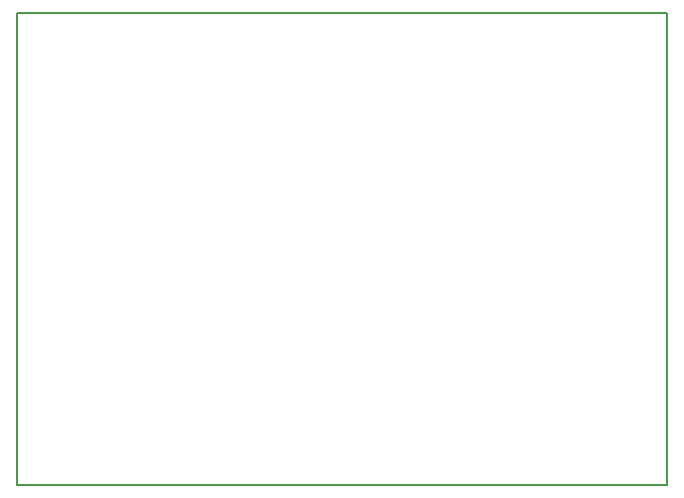
<source format=gbr>
G04 #@! TF.GenerationSoftware,KiCad,Pcbnew,(5.1.0)-1*
G04 #@! TF.CreationDate,2019-06-23T22:47:00+02:00*
G04 #@! TF.ProjectId,RF_433MHz_Receiver,52465f34-3333-44d4-987a-5f5265636569,00*
G04 #@! TF.SameCoordinates,Original*
G04 #@! TF.FileFunction,Profile,NP*
%FSLAX46Y46*%
G04 Gerber Fmt 4.6, Leading zero omitted, Abs format (unit mm)*
G04 Created by KiCad (PCBNEW (5.1.0)-1) date 2019-06-23 22:47:00*
%MOMM*%
%LPD*%
G04 APERTURE LIST*
%ADD10C,0.150000*%
G04 APERTURE END LIST*
D10*
X50000000Y-90000000D02*
X50000000Y-50000000D01*
X105000000Y-90000000D02*
X50000000Y-90000000D01*
X105000000Y-50000000D02*
X105000000Y-90000000D01*
X50000000Y-50000000D02*
X105000000Y-50000000D01*
M02*

</source>
